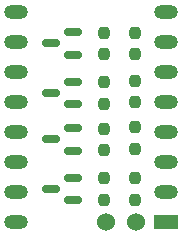
<source format=gts>
G04 #@! TF.GenerationSoftware,KiCad,Pcbnew,(6.0.0)*
G04 #@! TF.CreationDate,2022-03-05T18:05:18-06:00*
G04 #@! TF.ProjectId,Clearpath MotorDriver Mosfet,436c6561-7270-4617-9468-204d6f746f72,rev?*
G04 #@! TF.SameCoordinates,Original*
G04 #@! TF.FileFunction,Soldermask,Top*
G04 #@! TF.FilePolarity,Negative*
%FSLAX46Y46*%
G04 Gerber Fmt 4.6, Leading zero omitted, Abs format (unit mm)*
G04 Created by KiCad (PCBNEW (6.0.0)) date 2022-03-05 18:05:18*
%MOMM*%
%LPD*%
G01*
G04 APERTURE LIST*
G04 Aperture macros list*
%AMRoundRect*
0 Rectangle with rounded corners*
0 $1 Rounding radius*
0 $2 $3 $4 $5 $6 $7 $8 $9 X,Y pos of 4 corners*
0 Add a 4 corners polygon primitive as box body*
4,1,4,$2,$3,$4,$5,$6,$7,$8,$9,$2,$3,0*
0 Add four circle primitives for the rounded corners*
1,1,$1+$1,$2,$3*
1,1,$1+$1,$4,$5*
1,1,$1+$1,$6,$7*
1,1,$1+$1,$8,$9*
0 Add four rect primitives between the rounded corners*
20,1,$1+$1,$2,$3,$4,$5,0*
20,1,$1+$1,$4,$5,$6,$7,0*
20,1,$1+$1,$6,$7,$8,$9,0*
20,1,$1+$1,$8,$9,$2,$3,0*%
G04 Aperture macros list end*
%ADD10RoundRect,0.150000X0.587500X0.150000X-0.587500X0.150000X-0.587500X-0.150000X0.587500X-0.150000X0*%
%ADD11RoundRect,0.237500X-0.237500X0.250000X-0.237500X-0.250000X0.237500X-0.250000X0.237500X0.250000X0*%
%ADD12RoundRect,0.237500X0.237500X-0.250000X0.237500X0.250000X-0.237500X0.250000X-0.237500X-0.250000X0*%
%ADD13R,2.000000X1.200000*%
%ADD14O,2.000000X1.200000*%
%ADD15C,1.524000*%
G04 APERTURE END LIST*
D10*
X96822500Y-96708000D03*
X96822500Y-94808000D03*
X94947500Y-95758000D03*
D11*
X102108000Y-102973500D03*
X102108000Y-104798500D03*
X102108000Y-98655500D03*
X102108000Y-100480500D03*
D10*
X96822500Y-92517000D03*
X96822500Y-90617000D03*
X94947500Y-91567000D03*
X96822500Y-104836000D03*
X96822500Y-102936000D03*
X94947500Y-103886000D03*
D12*
X99441000Y-100607500D03*
X99441000Y-98782500D03*
X99441000Y-104798500D03*
X99441000Y-102973500D03*
D10*
X96822500Y-100645000D03*
X96822500Y-98745000D03*
X94947500Y-99695000D03*
D12*
X99441000Y-96670500D03*
X99441000Y-94845500D03*
D13*
X104723000Y-106726000D03*
D14*
X104723000Y-104186000D03*
X104723000Y-101646000D03*
X104723000Y-99106000D03*
X104723000Y-96566000D03*
X104723000Y-94026000D03*
X104723000Y-91486000D03*
X104723000Y-88946000D03*
X92023000Y-88946000D03*
X92023000Y-91486000D03*
X92023000Y-94026000D03*
X92023000Y-96566000D03*
X92023000Y-99106000D03*
X92023000Y-101646000D03*
X92023000Y-104186000D03*
X92023000Y-106726000D03*
D15*
X99643000Y-106726000D03*
X102183000Y-106726000D03*
D11*
X102108000Y-90654500D03*
X102108000Y-92479500D03*
X102108000Y-94718500D03*
X102108000Y-96543500D03*
D12*
X99441000Y-92479500D03*
X99441000Y-90654500D03*
M02*

</source>
